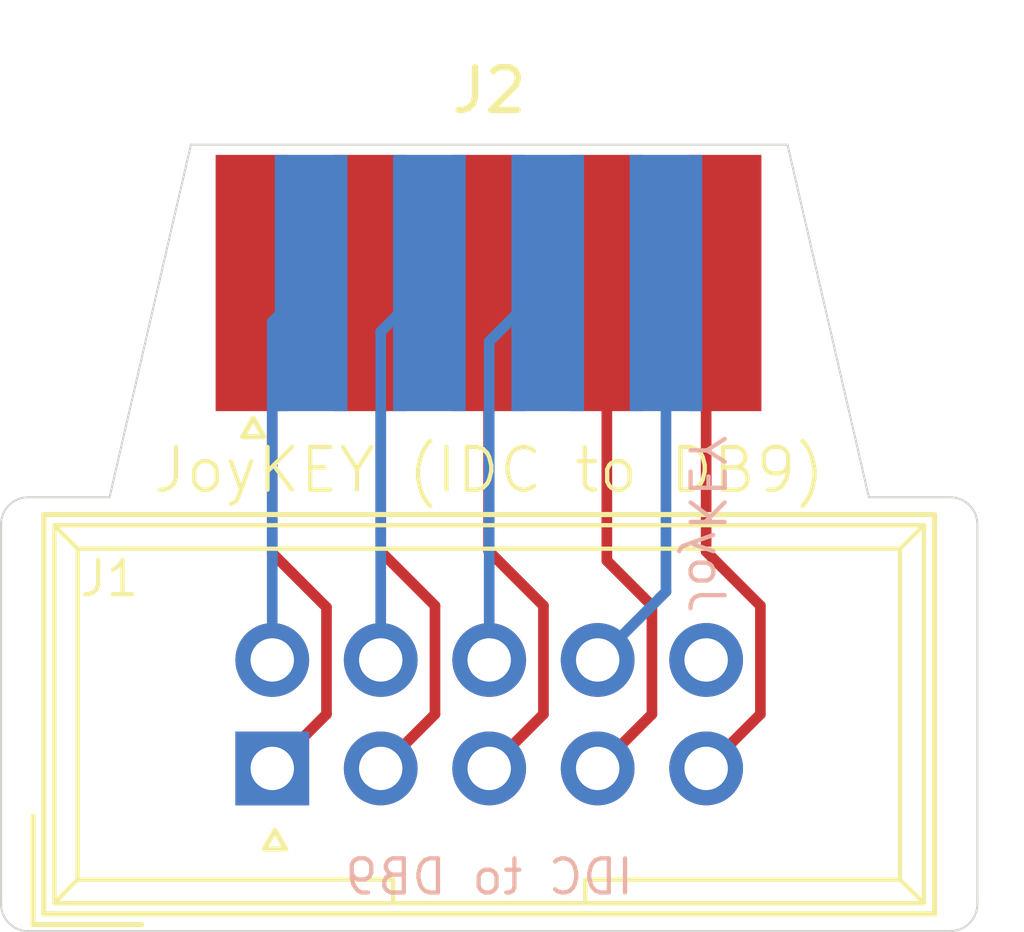
<source format=kicad_pcb>
(kicad_pcb (version 20171130) (host pcbnew "(5.1.8)-1")

  (general
    (thickness 1.6)
    (drawings 15)
    (tracks 31)
    (zones 0)
    (modules 2)
    (nets 10)
  )

  (page A4)
  (layers
    (0 F.Cu signal)
    (31 B.Cu signal)
    (32 B.Adhes user)
    (33 F.Adhes user)
    (34 B.Paste user)
    (35 F.Paste user)
    (36 B.SilkS user)
    (37 F.SilkS user)
    (38 B.Mask user)
    (39 F.Mask user)
    (40 Dwgs.User user)
    (41 Cmts.User user)
    (42 Eco1.User user)
    (43 Eco2.User user)
    (44 Edge.Cuts user)
    (45 Margin user)
    (46 B.CrtYd user)
    (47 F.CrtYd user)
    (48 B.Fab user)
    (49 F.Fab user)
  )

  (setup
    (last_trace_width 0.25)
    (trace_clearance 0.2)
    (zone_clearance 0.508)
    (zone_45_only no)
    (trace_min 0.2)
    (via_size 0.8)
    (via_drill 0.4)
    (via_min_size 0.4)
    (via_min_drill 0.3)
    (uvia_size 0.3)
    (uvia_drill 0.1)
    (uvias_allowed no)
    (uvia_min_size 0.2)
    (uvia_min_drill 0.1)
    (edge_width 0.05)
    (segment_width 0.2)
    (pcb_text_width 0.3)
    (pcb_text_size 1.5 1.5)
    (mod_edge_width 0.12)
    (mod_text_size 1 1)
    (mod_text_width 0.15)
    (pad_size 1.524 1.524)
    (pad_drill 0.762)
    (pad_to_mask_clearance 0)
    (aux_axis_origin 0 0)
    (visible_elements 7FFFFFFF)
    (pcbplotparams
      (layerselection 0x011fc_ffffffff)
      (usegerberextensions true)
      (usegerberattributes false)
      (usegerberadvancedattributes false)
      (creategerberjobfile false)
      (excludeedgelayer true)
      (linewidth 0.100000)
      (plotframeref false)
      (viasonmask false)
      (mode 1)
      (useauxorigin false)
      (hpglpennumber 1)
      (hpglpenspeed 20)
      (hpglpendiameter 15.000000)
      (psnegative false)
      (psa4output false)
      (plotreference true)
      (plotvalue true)
      (plotinvisibletext false)
      (padsonsilk false)
      (subtractmaskfromsilk false)
      (outputformat 1)
      (mirror false)
      (drillshape 0)
      (scaleselection 1)
      (outputdirectory "export/"))
  )

  (net 0 "")
  (net 1 GND)
  (net 2 /UP)
  (net 3 /DOWN)
  (net 4 /LEFT)
  (net 5 /RIGHT)
  (net 6 /FIRE2)
  (net 7 VCC)
  (net 8 /FIRE1)
  (net 9 /FIRE3)

  (net_class Default "This is the default net class."
    (clearance 0.2)
    (trace_width 0.25)
    (via_dia 0.8)
    (via_drill 0.4)
    (uvia_dia 0.3)
    (uvia_drill 0.1)
    (add_net /DOWN)
    (add_net /FIRE1)
    (add_net /FIRE2)
    (add_net /FIRE3)
    (add_net /LEFT)
    (add_net /RIGHT)
    (add_net /UP)
    (add_net GND)
    (add_net VCC)
  )

  (module RND_DSUB:DSUB-9_Female_Edge (layer F.Cu) (tedit 5FF655D5) (tstamp 5FD2AA8D)
    (at 142.24 78.105)
    (descr "Straight DE-9 connector, the blue kind with metal shield removed (solder to pads).")
    (tags "9-pin D-Sub connector straight vertical THT male pitch 2.77x2.84mm mounting holes distance 25mm")
    (path /5FD232F5)
    (fp_text reference J2 (at 0 -4.445 180) (layer F.SilkS)
      (effects (font (size 1 1) (thickness 0.15)))
    )
    (fp_text value DB9 (at 0 -5.715 180) (layer F.Fab)
      (effects (font (size 1 1) (thickness 0.15)))
    )
    (fp_line (start -5.2745 3.663438) (end -5.7745 3.663438) (layer F.SilkS) (width 0.12))
    (fp_line (start -5.7745 3.663438) (end -5.5245 3.230425) (layer F.SilkS) (width 0.12))
    (fp_line (start -5.5245 3.230425) (end -5.2745 3.663438) (layer F.SilkS) (width 0.12))
    (fp_line (start 6.176894 3.9111) (end -6.309494 3.9111) (layer F.Fab) (width 0.1))
    (fp_line (start 5.277627 -4.3889) (end -5.410227 -4.3889) (layer F.Fab) (width 0.1))
    (fp_line (start -7.885187 2.033263) (end -6.985919 -3.066737) (layer F.Fab) (width 0.1))
    (fp_line (start 7.752587 2.033263) (end 6.853319 -3.066737) (layer F.Fab) (width 0.1))
    (fp_line (start 6.190789 3.9711) (end -6.272589 3.9711) (layer Dwgs.User) (width 0.12))
    (fp_line (start 5.291521 -4.4489) (end -5.373321 -4.4489) (layer Dwgs.User) (width 0.12))
    (fp_line (start -7.90737 2.022844) (end -7.008102 -3.077156) (layer Dwgs.User) (width 0.12))
    (fp_line (start 7.82557 2.022844) (end 6.926302 -3.077156) (layer Dwgs.User) (width 0.12))
    (fp_line (start 8.001 4.064) (end 8.001 -4.572) (layer F.CrtYd) (width 0.05))
    (fp_line (start 8.001 -4.572) (end -8.001 -4.572) (layer F.CrtYd) (width 0.05))
    (fp_line (start -8.001 -4.572) (end -8.001 4.064) (layer F.CrtYd) (width 0.05))
    (fp_line (start -8.001 4.064) (end 8.001 4.064) (layer F.CrtYd) (width 0.05))
    (fp_text user %R (at 4.1755 1.4375 180) (layer F.Fab)
      (effects (font (size 1 1) (thickness 0.15)))
    )
    (fp_arc (start -5.373321 -2.7889) (end -5.373321 -4.4489) (angle -80) (layer Dwgs.User) (width 0.12))
    (fp_arc (start 5.291521 -2.7889) (end 5.291521 -4.4489) (angle 80) (layer Dwgs.User) (width 0.12))
    (fp_arc (start -6.272589 2.3111) (end -6.272589 3.9711) (angle 100) (layer Dwgs.User) (width 0.12))
    (fp_arc (start 6.190789 2.3111) (end 6.190789 3.9711) (angle -100) (layer Dwgs.User) (width 0.12))
    (fp_arc (start -5.410227 -2.7889) (end -5.410227 -4.3889) (angle -80) (layer F.Fab) (width 0.1))
    (fp_arc (start 5.277627 -2.7889) (end 5.277627 -4.3889) (angle 80) (layer F.Fab) (width 0.1))
    (fp_arc (start -6.309494 2.3111) (end -6.309494 3.9111) (angle 100) (layer F.Fab) (width 0.1))
    (fp_arc (start 6.176894 2.3111) (end 6.176894 3.9111) (angle -100) (layer F.Fab) (width 0.1))
    (pad 6 smd rect (at -4.1705 0.0635 180) (size 1.7 6) (layers B.Cu B.Paste B.Mask)
      (net 8 /FIRE1))
    (pad 7 smd rect (at -1.4005 0.0635 180) (size 1.7 6) (layers B.Cu B.Paste B.Mask)
      (net 7 VCC))
    (pad 8 smd rect (at 1.3695 0.0635 180) (size 1.7 6) (layers B.Cu B.Paste B.Mask)
      (net 1 GND))
    (pad 9 smd rect (at 4.1395 0.0635 180) (size 1.7 6) (layers B.Cu B.Paste B.Mask)
      (net 6 /FIRE2))
    (pad 1 smd rect (at -5.5555 0.0635 180) (size 1.7 6) (layers F.Cu F.Paste F.Mask)
      (net 2 /UP))
    (pad 2 smd rect (at -2.7855 0.0635 180) (size 1.7 6) (layers F.Cu F.Paste F.Mask)
      (net 3 /DOWN))
    (pad 3 smd rect (at -0.0155 0.0635 180) (size 1.7 6) (layers F.Cu F.Paste F.Mask)
      (net 4 /LEFT))
    (pad 4 smd rect (at 2.7545 0.0635 180) (size 1.7 6) (layers F.Cu F.Paste F.Mask)
      (net 5 /RIGHT))
    (pad 5 smd rect (at 5.5245 0.0635 180) (size 1.7 6) (layers F.Cu F.Paste F.Mask)
      (net 9 /FIRE3))
    (model ${KISYS3DMOD}/Connectors_DSub.3dshapes/DSUB-9_Male_Vertical_Pitch2.77x2.84mm.wrl
      (at (xyz 0 0 0))
      (scale (xyz 1 1 1))
      (rotate (xyz 0 0 0))
    )
  )

  (module "C64 IDC:IDC_Joystick" (layer F.Cu) (tedit 5FD29ED6) (tstamp 5FD2915C)
    (at 137.16 89.535 90)
    (descr "Through hole straight IDC box header, 2x05, 2.54mm pitch, double rows")
    (tags "Through hole IDC box header THT 2x05 2.54mm double row")
    (path /5FD1F19D)
    (fp_text reference J1 (at 4.445 -3.81 180) (layer F.SilkS)
      (effects (font (size 0.8 0.8) (thickness 0.1)))
    )
    (fp_text value JoyKEY (at 1.27 16.764 90) (layer F.Fab)
      (effects (font (size 1 1) (thickness 0.15)))
    )
    (fp_line (start -1.885438 0.3135) (end -1.885438 -0.1865) (layer F.SilkS) (width 0.12))
    (fp_line (start -1.885438 -0.1865) (end -1.452425 0.0635) (layer F.SilkS) (width 0.12))
    (fp_line (start -1.452425 0.0635) (end -1.885438 0.3135) (layer F.SilkS) (width 0.12))
    (fp_line (start -3.655 -5.6) (end -1.115 -5.6) (layer F.SilkS) (width 0.12))
    (fp_line (start -3.655 -5.6) (end -3.655 -3.06) (layer F.SilkS) (width 0.12))
    (fp_line (start -3.405 -5.35) (end 5.945 -5.35) (layer F.SilkS) (width 0.12))
    (fp_line (start -3.405 15.51) (end -3.405 -5.35) (layer F.SilkS) (width 0.12))
    (fp_line (start 5.945 15.51) (end -3.405 15.51) (layer F.SilkS) (width 0.12))
    (fp_line (start 5.945 -5.35) (end 5.945 15.51) (layer F.SilkS) (width 0.12))
    (fp_line (start -3.41 -5.35) (end 5.95 -5.35) (layer F.CrtYd) (width 0.05))
    (fp_line (start -3.41 15.51) (end -3.41 -5.35) (layer F.CrtYd) (width 0.05))
    (fp_line (start 5.95 15.51) (end -3.41 15.51) (layer F.CrtYd) (width 0.05))
    (fp_line (start 5.95 -5.35) (end 5.95 15.51) (layer F.CrtYd) (width 0.05))
    (fp_line (start -3.155 15.26) (end -2.605 14.7) (layer F.SilkS) (width 0.1))
    (fp_line (start -3.155 -5.1) (end -2.605 -4.56) (layer F.SilkS) (width 0.1))
    (fp_line (start 5.695 15.26) (end 5.145 14.7) (layer F.SilkS) (width 0.1))
    (fp_line (start 5.695 -5.1) (end 5.145 -4.56) (layer F.SilkS) (width 0.1))
    (fp_line (start 5.145 14.7) (end -2.605 14.7) (layer F.SilkS) (width 0.1))
    (fp_line (start 5.695 15.26) (end -3.155 15.26) (layer F.SilkS) (width 0.1))
    (fp_line (start 5.145 -4.56) (end -2.605 -4.56) (layer F.SilkS) (width 0.1))
    (fp_line (start 5.695 -5.1) (end -3.155 -5.1) (layer F.SilkS) (width 0.1))
    (fp_line (start -2.605 7.33) (end -3.155 7.33) (layer F.SilkS) (width 0.1))
    (fp_line (start -2.605 2.83) (end -3.155 2.83) (layer F.SilkS) (width 0.1))
    (fp_line (start -2.605 7.33) (end -2.605 14.7) (layer F.SilkS) (width 0.1))
    (fp_line (start -2.605 -4.56) (end -2.605 2.83) (layer F.SilkS) (width 0.1))
    (fp_line (start -3.155 -5.1) (end -3.155 15.26) (layer F.SilkS) (width 0.1))
    (fp_line (start 5.145 -4.56) (end 5.145 14.7) (layer F.SilkS) (width 0.1))
    (fp_line (start 5.695 -5.1) (end 5.695 15.26) (layer F.SilkS) (width 0.1))
    (fp_text user %R (at 1.27 5.08 90) (layer F.Fab)
      (effects (font (size 1 1) (thickness 0.15)))
    )
    (pad 10 thru_hole oval (at 2.54 10.16 90) (size 1.7272 1.7272) (drill 1.016) (layers *.Cu *.Mask))
    (pad 9 thru_hole oval (at 2.54 7.62 90) (size 1.7272 1.7272) (drill 1.016) (layers *.Cu *.Mask)
      (net 6 /FIRE2))
    (pad 8 thru_hole oval (at 2.54 5.08 90) (size 1.7272 1.7272) (drill 1.016) (layers *.Cu *.Mask)
      (net 1 GND))
    (pad 7 thru_hole oval (at 2.54 2.54 90) (size 1.7272 1.7272) (drill 1.016) (layers *.Cu *.Mask)
      (net 7 VCC))
    (pad 6 thru_hole oval (at 2.54 0 90) (size 1.7272 1.7272) (drill 1.016) (layers *.Cu *.Mask)
      (net 8 /FIRE1))
    (pad 5 thru_hole oval (at 0 10.16 90) (size 1.7272 1.7272) (drill 1.016) (layers *.Cu *.Mask)
      (net 9 /FIRE3))
    (pad 4 thru_hole oval (at 0 7.62 90) (size 1.7272 1.7272) (drill 1.016) (layers *.Cu *.Mask)
      (net 5 /RIGHT))
    (pad 3 thru_hole oval (at 0 5.08 90) (size 1.7272 1.7272) (drill 1.016) (layers *.Cu *.Mask)
      (net 4 /LEFT))
    (pad 2 thru_hole oval (at 0 2.54 90) (size 1.7272 1.7272) (drill 1.016) (layers *.Cu *.Mask)
      (net 3 /DOWN))
    (pad 1 thru_hole rect (at 0 0 90) (size 1.7272 1.7272) (drill 1.016) (layers *.Cu *.Mask)
      (net 2 /UP))
    (model ${KISYS3DMOD}/Connector_IDC.3dshapes/IDC-Header_2x05_P2.54mm_Vertical.wrl
      (at (xyz 0 0 0))
      (scale (xyz 1 1 1))
      (rotate (xyz 0 0 0))
    )
  )

  (gr_text "IDC to DB9" (at 142.24 92.075) (layer B.SilkS) (tstamp 5FF6B65F)
    (effects (font (size 0.8 0.8) (thickness 0.1)) (justify mirror))
  )
  (gr_text JoyKEY (at 147.32 83.82 270) (layer B.SilkS) (tstamp 5FD2C5BA)
    (effects (font (size 0.8 0.8) (thickness 0.1)) (justify mirror))
  )
  (gr_text "JoyKEY (IDC to DB9)" (at 142.24 82.55) (layer F.SilkS)
    (effects (font (size 1 1) (thickness 0.1)))
  )
  (gr_line (start 151.13 83.185) (end 153.035 83.185) (layer Edge.Cuts) (width 0.05) (tstamp 5FD2B03F))
  (gr_line (start 133.35 83.185) (end 131.445 83.185) (layer Edge.Cuts) (width 0.05) (tstamp 5FD2B03E))
  (gr_arc (start 153.035 83.82) (end 153.67 83.82) (angle -90) (layer Edge.Cuts) (width 0.05) (tstamp 5FD2B027))
  (gr_arc (start 131.445 83.82) (end 131.445 83.185) (angle -90) (layer Edge.Cuts) (width 0.05) (tstamp 5FD2B027))
  (gr_arc (start 131.445 92.71) (end 130.81 92.71) (angle -90) (layer Edge.Cuts) (width 0.05) (tstamp 5FD2B027))
  (gr_arc (start 153.035 92.71) (end 153.035 93.345) (angle -90) (layer Edge.Cuts) (width 0.05))
  (gr_line (start 149.225 74.93) (end 151.13 83.185) (layer Edge.Cuts) (width 0.05))
  (gr_line (start 135.255 74.93) (end 133.35 83.185) (layer Edge.Cuts) (width 0.05))
  (gr_line (start 153.67 83.82) (end 153.67 92.71) (layer Edge.Cuts) (width 0.05) (tstamp 5FD2AFB5))
  (gr_line (start 135.255 74.93) (end 149.225 74.93) (layer Edge.Cuts) (width 0.05))
  (gr_line (start 130.81 92.71) (end 130.81 83.82) (layer Edge.Cuts) (width 0.05))
  (gr_line (start 153.035 93.345) (end 131.445 93.345) (layer Edge.Cuts) (width 0.05))

  (segment (start 142.24 79.538) (end 143.6095 78.1685) (width 0.25) (layer B.Cu) (net 1))
  (segment (start 142.24 86.995) (end 142.24 79.538) (width 0.25) (layer B.Cu) (net 1))
  (segment (start 137.16 78.644) (end 136.6845 78.1685) (width 0.25) (layer F.Cu) (net 2))
  (segment (start 137.16 84.492375) (end 137.16 78.644) (width 0.25) (layer F.Cu) (net 2))
  (segment (start 138.43 85.762375) (end 137.16 84.492375) (width 0.25) (layer F.Cu) (net 2))
  (segment (start 138.43 88.265) (end 138.43 85.762375) (width 0.25) (layer F.Cu) (net 2))
  (segment (start 137.16 89.535) (end 138.43 88.265) (width 0.25) (layer F.Cu) (net 2))
  (segment (start 140.97 88.265) (end 139.7 89.535) (width 0.25) (layer F.Cu) (net 3))
  (segment (start 140.97 85.725) (end 140.97 88.265) (width 0.25) (layer F.Cu) (net 3))
  (segment (start 139.7 84.455) (end 140.97 85.725) (width 0.25) (layer F.Cu) (net 3))
  (segment (start 139.7 78.414) (end 139.7 84.455) (width 0.25) (layer F.Cu) (net 3))
  (segment (start 139.4545 78.1685) (end 139.7 78.414) (width 0.25) (layer F.Cu) (net 3))
  (segment (start 143.51 88.265) (end 142.24 89.535) (width 0.25) (layer F.Cu) (net 4))
  (segment (start 143.51 85.725) (end 143.51 88.265) (width 0.25) (layer F.Cu) (net 4))
  (segment (start 142.2245 84.4395) (end 143.51 85.725) (width 0.25) (layer F.Cu) (net 4))
  (segment (start 142.2245 78.1685) (end 142.2245 84.4395) (width 0.25) (layer F.Cu) (net 4))
  (segment (start 144.9945 84.6695) (end 144.9945 78.1685) (width 0.25) (layer F.Cu) (net 5))
  (segment (start 146.05 85.725) (end 144.9945 84.6695) (width 0.25) (layer F.Cu) (net 5))
  (segment (start 146.05 88.265) (end 146.05 85.725) (width 0.25) (layer F.Cu) (net 5))
  (segment (start 144.78 89.535) (end 146.05 88.265) (width 0.25) (layer F.Cu) (net 5))
  (segment (start 146.3795 85.3955) (end 146.3795 78.1685) (width 0.25) (layer B.Cu) (net 6))
  (segment (start 144.78 86.995) (end 146.3795 85.3955) (width 0.25) (layer B.Cu) (net 6))
  (segment (start 139.7 79.308) (end 140.8395 78.1685) (width 0.25) (layer B.Cu) (net 7))
  (segment (start 139.7 86.995) (end 139.7 79.308) (width 0.25) (layer B.Cu) (net 7))
  (segment (start 137.16 79.078) (end 138.0695 78.1685) (width 0.25) (layer B.Cu) (net 8))
  (segment (start 137.16 86.995) (end 137.16 79.078) (width 0.25) (layer B.Cu) (net 8))
  (segment (start 148.59 88.265) (end 147.32 89.535) (width 0.25) (layer F.Cu) (net 9))
  (segment (start 148.59 85.725) (end 148.59 88.265) (width 0.25) (layer F.Cu) (net 9))
  (segment (start 147.32 84.455) (end 148.59 85.725) (width 0.25) (layer F.Cu) (net 9))
  (segment (start 147.32 78.613) (end 147.32 84.455) (width 0.25) (layer F.Cu) (net 9))
  (segment (start 147.7645 78.1685) (end 147.32 78.613) (width 0.25) (layer F.Cu) (net 9))

)

</source>
